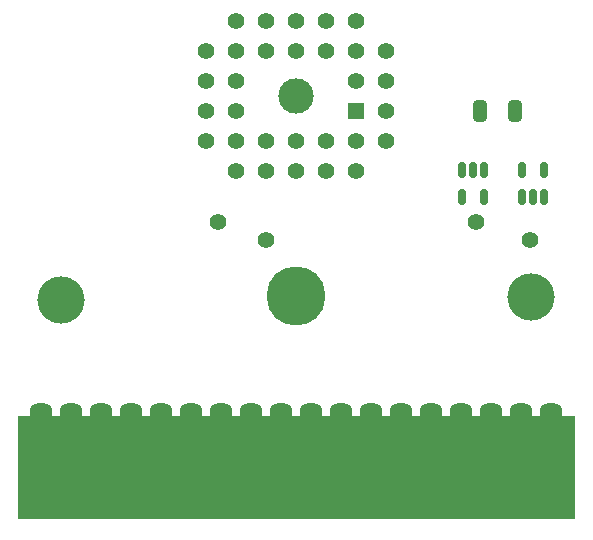
<source format=gbr>
%TF.GenerationSoftware,KiCad,Pcbnew,(6.99.0-3907-g11dc5424cb)*%
%TF.CreationDate,2022-10-22T08:16:02+02:00*%
%TF.ProjectId,Vectorblade_PLCC32_THT_Kicad7,56656374-6f72-4626-9c61-64655f504c43,rev?*%
%TF.SameCoordinates,Original*%
%TF.FileFunction,Soldermask,Top*%
%TF.FilePolarity,Negative*%
%FSLAX46Y46*%
G04 Gerber Fmt 4.6, Leading zero omitted, Abs format (unit mm)*
G04 Created by KiCad (PCBNEW (6.99.0-3907-g11dc5424cb)) date 2022-10-22 08:16:02*
%MOMM*%
%LPD*%
G01*
G04 APERTURE LIST*
G04 Aperture macros list*
%AMRoundRect*
0 Rectangle with rounded corners*
0 $1 Rounding radius*
0 $2 $3 $4 $5 $6 $7 $8 $9 X,Y pos of 4 corners*
0 Add a 4 corners polygon primitive as box body*
4,1,4,$2,$3,$4,$5,$6,$7,$8,$9,$2,$3,0*
0 Add four circle primitives for the rounded corners*
1,1,$1+$1,$2,$3*
1,1,$1+$1,$4,$5*
1,1,$1+$1,$6,$7*
1,1,$1+$1,$8,$9*
0 Add four rect primitives between the rounded corners*
20,1,$1+$1,$2,$3,$4,$5,0*
20,1,$1+$1,$4,$5,$6,$7,0*
20,1,$1+$1,$6,$7,$8,$9,0*
20,1,$1+$1,$8,$9,$2,$3,0*%
G04 Aperture macros list end*
%ADD10C,1.422400*%
%ADD11C,3.000000*%
%ADD12R,1.422400X1.422400*%
%ADD13RoundRect,0.717550X-0.222250X-3.778250X0.222250X-3.778250X0.222250X3.778250X-0.222250X3.778250X0*%
%ADD14C,4.000000*%
%ADD15C,5.000000*%
%ADD16RoundRect,0.150000X0.150000X-0.512500X0.150000X0.512500X-0.150000X0.512500X-0.150000X-0.512500X0*%
%ADD17RoundRect,0.250000X-0.325000X-0.650000X0.325000X-0.650000X0.325000X0.650000X-0.325000X0.650000X0*%
%ADD18RoundRect,0.150000X-0.150000X0.512500X-0.150000X-0.512500X0.150000X-0.512500X0.150000X0.512500X0*%
G04 APERTURE END LIST*
D10*
%TO.C,*%
X150876000Y-94488000D03*
%TD*%
D11*
%TO.C,U1*%
X157480000Y-83820000D03*
D12*
X162559999Y-85089999D03*
D10*
X165100000Y-82550000D03*
X162560000Y-82550000D03*
X165100000Y-80010000D03*
X162560000Y-77470000D03*
X162560000Y-80010000D03*
X160020000Y-77470000D03*
X160020000Y-80010000D03*
X157480000Y-77470000D03*
X157480000Y-80010000D03*
X154940000Y-77470000D03*
X154940000Y-80010000D03*
X152400000Y-77470000D03*
X149860000Y-80010000D03*
X152400000Y-80010000D03*
X149860000Y-82550000D03*
X152400000Y-82550000D03*
X149860000Y-85090000D03*
X152400000Y-85090000D03*
X149860000Y-87630000D03*
X152400000Y-90170000D03*
X152400000Y-87630000D03*
X154940000Y-90170000D03*
X154940000Y-87630000D03*
X157480000Y-90170000D03*
X157480000Y-87630000D03*
X160020000Y-90170000D03*
X160020000Y-87630000D03*
X162560000Y-90170000D03*
X165100000Y-87630000D03*
X162560000Y-87630000D03*
X165100000Y-85090000D03*
%TD*%
D13*
%TO.C,CON3*%
X179070000Y-114300000D03*
X176530000Y-114300000D03*
X173990000Y-114300000D03*
X171450000Y-114300000D03*
X168910000Y-114300000D03*
X166370000Y-114300000D03*
X163830000Y-114300000D03*
X161290000Y-114300000D03*
X158750000Y-114300000D03*
X156210000Y-114300000D03*
X153670000Y-114300000D03*
X151130000Y-114300000D03*
X148590000Y-114300000D03*
X146050000Y-114300000D03*
X143510000Y-114300000D03*
X140970000Y-114300000D03*
X138430000Y-114300000D03*
X135890000Y-114300000D03*
%TD*%
D14*
%TO.C,@HOLE1*%
X177398000Y-100825600D03*
%TD*%
D10*
%TO.C,*%
X177292000Y-96012000D03*
%TD*%
D15*
%TO.C,@HOLE0*%
X157498000Y-100725600D03*
%TD*%
D16*
%TO.C,U3*%
X176596000Y-92323500D03*
X177546000Y-92323500D03*
X178496000Y-92323500D03*
X178496000Y-90048500D03*
X176596000Y-90048500D03*
%TD*%
D14*
%TO.C,@HOLE2*%
X137598000Y-101025600D03*
%TD*%
D17*
%TO.C,C1*%
X173023000Y-85090000D03*
X175973000Y-85090000D03*
%TD*%
D10*
%TO.C,*%
X154940000Y-96012000D03*
%TD*%
%TO.C,*%
X172720000Y-94488000D03*
%TD*%
D18*
%TO.C,U2*%
X173416000Y-90048500D03*
X172466000Y-90048500D03*
X171516000Y-90048500D03*
X171516000Y-92323500D03*
X173416000Y-92323500D03*
%TD*%
G36*
X181098707Y-110899293D02*
G01*
X181099000Y-110900000D01*
X181099000Y-119625600D01*
X181098707Y-119626307D01*
X181098000Y-119626600D01*
X133900000Y-119626600D01*
X133899293Y-119626307D01*
X133899000Y-119625600D01*
X133899000Y-110900000D01*
X133899293Y-110899293D01*
X133900000Y-110899000D01*
X181098000Y-110899000D01*
X181098707Y-110899293D01*
G37*
M02*

</source>
